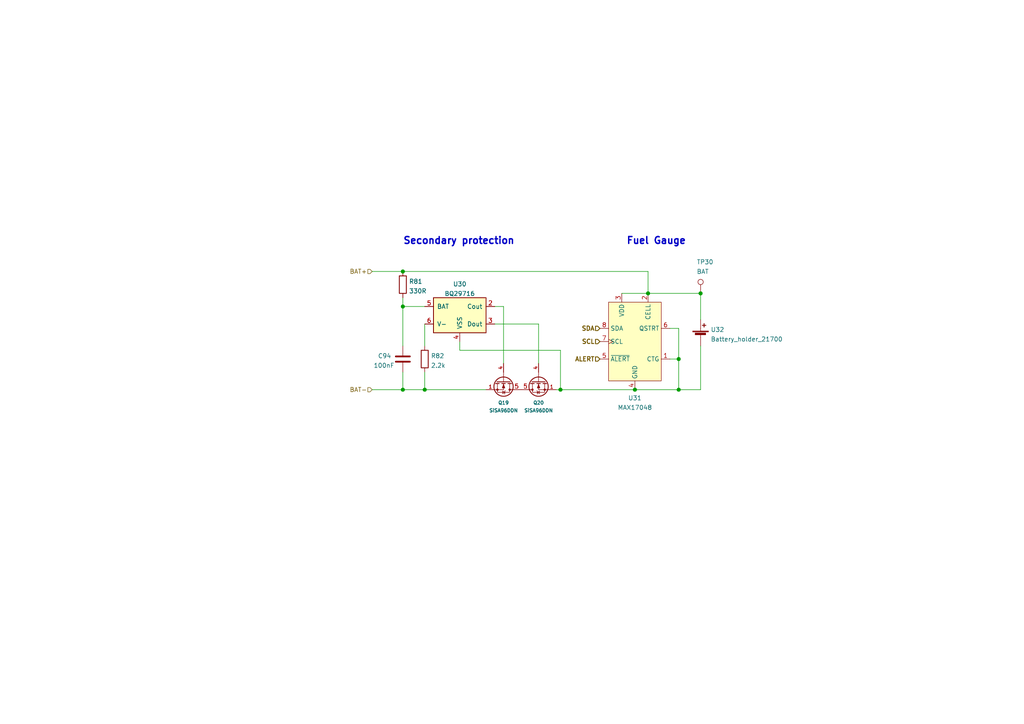
<source format=kicad_sch>
(kicad_sch (version 20210621) (generator eeschema)
  (paper "A4")
  (title_block (title "BUTCube - EPS") (date "2021-06-01") (rev "v1.0") (company "VUT - FIT(STRaDe) & FME(IAE & IPE)") (comment 1 "Author: Petr Malaník"))
  (lib_symbols
    (symbol "Battery_Management:BQ297xy" (pin_names (offset 1.016))
      (property "Reference" "U" (at -6.35 6.35 0))
      (property "Value" "BQ297xy" (at 5.08 -6.35 0))
      (symbol "BQ297xy_0_1"
        (rectangle (start -7.62 5.08) (end 7.62 -5.08) (stroke (width 0.254)) (fill (type background)))
      )
      (symbol "BQ297xy_1_1"
        (pin no_connect line (at 7.62 0 180) (length 2.54) hide (name "NC") (number "1"))
        (pin output line (at 10.16 2.54 180) (length 2.54) (name "Cout") (number "2"))
        (pin output line (at 10.16 -2.54 180) (length 2.54) (name "Dout") (number "3"))
        (pin power_in line (at 0 -7.62 90) (length 2.54) (name "VSS") (number "4"))
        (pin input line (at -10.16 2.54 0) (length 2.54) (name "BAT") (number "5"))
        (pin input line (at -10.16 -2.54 0) (length 2.54) (name "V-") (number "6"))
      )
    )
    (symbol "Connector:TestPoint" (pin_numbers hide) (pin_names (offset 0.762) hide)
      (property "Reference" "TP" (at 0 6.858 0))
      (property "Value" "TestPoint" (at 0 5.08 0))
      (symbol "TestPoint_0_1"
        (circle (center 0 3.302) (radius 0.762))
      )
      (symbol "TestPoint_1_1"
        (pin passive line (at 0 0 90) (length 2.54) (name "1") (number "1"))
      )
    )
    (symbol "Device:Battery_Cell" (pin_numbers hide) (pin_names (offset 0) hide)
      (property "Reference" "BT" (at 2.54 2.54 0))
      (property "Value" "Battery_Cell" (at 2.54 0 0))
      (symbol "Battery_Cell_0_1"
        (rectangle (start -2.286 1.778) (end 2.286 1.524) (fill (type outline)))
        (rectangle (start -1.5748 1.1938) (end 1.4732 0.6858) (fill (type outline)))
        (polyline (pts (xy 0 0.762) (xy 0 0)))
        (polyline (pts (xy 0 1.778) (xy 0 2.54)))
        (polyline (pts (xy 0.508 3.429) (xy 1.524 3.429)) (stroke (width 0.254)))
        (polyline (pts (xy 1.016 3.937) (xy 1.016 2.921)) (stroke (width 0.254)))
      )
      (symbol "Battery_Cell_1_1"
        (pin passive line (at 0 5.08 270) (length 2.54) (name "+") (number "1"))
        (pin passive line (at 0 -2.54 90) (length 2.54) (name "-") (number "2"))
      )
    )
    (symbol "Device:C" (pin_numbers hide) (pin_names (offset 0.254))
      (property "Reference" "C" (at 0.635 2.54 0))
      (property "Value" "C" (at 0.635 -2.54 0))
      (symbol "C_0_1"
        (polyline (pts (xy -2.032 -0.762) (xy 2.032 -0.762)) (stroke (width 0.508)))
        (polyline (pts (xy -2.032 0.762) (xy 2.032 0.762)) (stroke (width 0.508)))
      )
      (symbol "C_1_1"
        (pin passive line (at 0 3.81 270) (length 2.794) (name "~") (number "1"))
        (pin passive line (at 0 -3.81 90) (length 2.794) (name "~") (number "2"))
      )
    )
    (symbol "Device:R" (pin_numbers hide) (pin_names (offset 0))
      (property "Reference" "R" (at 2.032 0 90))
      (property "Value" "R" (at 0 0 90))
      (symbol "R_0_1"
        (rectangle (start -1.016 -2.54) (end 1.016 2.54) (stroke (width 0.254)))
      )
      (symbol "R_1_1"
        (pin passive line (at 0 3.81 270) (length 1.27) (name "~") (number "1"))
        (pin passive line (at 0 -3.81 90) (length 1.27) (name "~") (number "2"))
      )
    )
    (symbol "TCY_battery_management:MAX17048"
      (property "Reference" "U" (at 0 -16.51 0))
      (property "Value" "MAX17048" (at 0 -19.05 0))
      (symbol "MAX17048_0_1"
        (rectangle (start -7.62 11.43) (end 7.62 -11.43) (stroke (width 0.1524)) (fill (type background)))
      )
      (symbol "MAX17048_1_1"
        (pin passive line (at 10.16 -5.08 180) (length 2.54) (name "CTG") (number "1"))
        (pin input line (at 3.81 13.97 270) (length 2.54) (name "CELL") (number "2"))
        (pin input line (at -3.81 13.97 270) (length 2.54) (name "VDD") (number "3"))
        (pin passive line (at 0 -13.97 90) (length 2.54) (name "GND") (number "4"))
        (pin open_collector line (at -10.16 -5.08 0) (length 2.54) (name "~{ALERT}") (number "5"))
        (pin input line (at 10.16 3.81 180) (length 2.54) (name "QSTRT") (number "6"))
        (pin input clock (at -10.16 0 0) (length 2.54) (name "SCL") (number "7"))
        (pin bidirectional line (at -10.16 3.81 0) (length 2.54) (name "SDA") (number "8"))
        (pin passive line (at 0 -13.97 90) (length 2.54) hide (name "EP") (number "9"))
      )
    )
    (symbol "TCY_transistors:SiSA96DDN" (pin_names hide)
      (property "Reference" "Q" (at 7.62 1.27 0))
      (property "Value" "SiSA96DDN" (at 7.62 -1.27 0))
      (symbol "SiSA96DDN_0_1"
        (circle (center 1.651 0) (radius 2.794) (stroke (width 0.254)))
        (circle (center 2.54 -1.778) (radius 0.254) (fill (type outline)))
        (circle (center 2.54 1.778) (radius 0.254) (fill (type outline)))
        (polyline (pts (xy 0.254 0) (xy -2.54 0)))
        (polyline (pts (xy 0.254 1.905) (xy 0.254 -1.905)) (stroke (width 0.254)))
        (polyline (pts (xy 0.762 -1.27) (xy 0.762 -2.286)) (stroke (width 0.254)))
        (polyline (pts (xy 0.762 0.508) (xy 0.762 -0.508)) (stroke (width 0.254)))
        (polyline (pts (xy 0.762 2.286) (xy 0.762 1.27)) (stroke (width 0.254)))
        (polyline (pts (xy 2.54 2.54) (xy 2.54 1.778)))
        (polyline (pts (xy 2.54 2.54) (xy 2.54 1.778)))
        (polyline (pts (xy 2.54 -2.54) (xy 2.54 0) (xy 0.762 0)))
        (polyline (pts (xy 0.762 -1.778) (xy 3.302 -1.778) (xy 3.302 1.778) (xy 0.762 1.778)))
        (polyline (pts (xy 2.794 0.508) (xy 2.921 0.381) (xy 3.683 0.381) (xy 3.81 0.254)))
        (polyline (pts (xy 3.302 0.381) (xy 2.921 -0.254) (xy 3.683 -0.254) (xy 3.302 0.381)))
        (polyline (pts (xy 1.016 0) (xy 2.032 0.381) (xy 2.032 -0.381) (xy 1.016 0)) (fill (type outline)))
      )
      (symbol "SiSA96DDN_1_1"
        (pin passive line (at 2.54 -5.08 90) (length 2.54) (name "S") (number "1"))
        (pin passive line (at 2.54 -5.08 90) (length 2.54) hide (name "S") (number "2"))
        (pin passive line (at 2.54 -5.08 90) (length 2.54) hide (name "S") (number "3"))
        (pin passive line (at -5.08 0 0) (length 2.54) (name "G") (number "4"))
        (pin passive line (at 2.54 5.08 270) (length 2.54) (name "D") (number "5"))
        (pin passive line (at 2.54 5.08 270) (length 2.54) hide (name "D") (number "6"))
        (pin passive line (at 2.54 5.08 270) (length 2.54) hide (name "D") (number "7"))
        (pin passive line (at 2.54 5.08 270) (length 2.54) hide (name "D") (number "8"))
        (pin passive line (at 2.54 5.08 270) (length 2.54) hide (name "D") (number "9"))
      )
    )
  )
  (junction (at 116.84 78.74) (diameter 1.016))
  (junction (at 116.84 88.9) (diameter 1.016))
  (junction (at 116.84 113.03) (diameter 1.016))
  (junction (at 123.19 113.03) (diameter 1.016))
  (junction (at 162.56 113.03) (diameter 1.016))
  (junction (at 184.15 113.03) (diameter 1.016))
  (junction (at 187.96 85.09) (diameter 1.016))
  (junction (at 196.85 104.14) (diameter 1.016))
  (junction (at 196.85 113.03) (diameter 1.016))
  (junction (at 203.2 85.09) (diameter 1.016))
  (wire (pts (xy 107.95 78.74) (xy 116.84 78.74)))
  (wire (pts (xy 107.95 113.03) (xy 116.84 113.03)))
  (wire (pts (xy 116.84 78.74) (xy 187.96 78.74)))
  (wire (pts (xy 116.84 88.9) (xy 116.84 86.36)))
  (wire (pts (xy 116.84 88.9) (xy 116.84 100.33)))
  (wire (pts (xy 116.84 107.95) (xy 116.84 113.03)))
  (wire (pts (xy 116.84 113.03) (xy 123.19 113.03)))
  (wire (pts (xy 123.19 88.9) (xy 116.84 88.9)))
  (wire (pts (xy 123.19 93.98) (xy 123.19 100.33)))
  (wire (pts (xy 123.19 107.95) (xy 123.19 113.03)))
  (wire (pts (xy 123.19 113.03) (xy 140.97 113.03)))
  (wire (pts (xy 133.35 99.06) (xy 133.35 101.6)))
  (wire (pts (xy 133.35 101.6) (xy 162.56 101.6)))
  (wire (pts (xy 146.05 88.9) (xy 143.51 88.9)))
  (wire (pts (xy 146.05 105.41) (xy 146.05 88.9)))
  (wire (pts (xy 156.21 93.98) (xy 143.51 93.98)))
  (wire (pts (xy 156.21 105.41) (xy 156.21 93.98)))
  (wire (pts (xy 161.29 113.03) (xy 162.56 113.03)))
  (wire (pts (xy 162.56 101.6) (xy 162.56 113.03)))
  (wire (pts (xy 162.56 113.03) (xy 184.15 113.03)))
  (wire (pts (xy 180.34 85.09) (xy 187.96 85.09)))
  (wire (pts (xy 184.15 113.03) (xy 196.85 113.03)))
  (wire (pts (xy 187.96 78.74) (xy 187.96 85.09)))
  (wire (pts (xy 194.31 95.25) (xy 196.85 95.25)))
  (wire (pts (xy 194.31 104.14) (xy 196.85 104.14)))
  (wire (pts (xy 196.85 95.25) (xy 196.85 104.14)))
  (wire (pts (xy 196.85 104.14) (xy 196.85 113.03)))
  (wire (pts (xy 196.85 113.03) (xy 203.2 113.03)))
  (wire (pts (xy 203.2 85.09) (xy 187.96 85.09)))
  (wire (pts (xy 203.2 92.71) (xy 203.2 85.09)))
  (wire (pts (xy 203.2 113.03) (xy 203.2 100.33)))
  (text "Secondary protection" (at 116.84 71.12 0) (effects (font (size 2 2) (thickness 0.4) bold) (justify left bottom)))
  (text "Fuel Gauge" (at 181.61 71.12 0) (effects (font (size 2 2) (thickness 0.4) bold) (justify left bottom)))
  (hierarchical_label "BAT+" (shape input) (at 107.95 78.74 180))
  (hierarchical_label "BAT-" (shape input) (at 107.95 113.03 180))
  (hierarchical_label "SDA" (shape input) (at 173.99 95.25 180) (effects (font (thickness 0.254))))
  (hierarchical_label "SCL" (shape input) (at 173.99 99.06 180) (effects (font (thickness 0.254))))
  (hierarchical_label "ALERT" (shape input) (at 173.99 104.14 180) (effects (font (thickness 0.254))))
  (symbol (lib_id "Connector:TestPoint") (at 203.2 85.09 0)
    (property "Reference" "TP30" (at 202.0571 75.99 0) (effects (justify left)))
    (property "Value" "BAT" (at 202.0571 78.7651 0) (effects (justify left)))
    (property "Footprint" "TCY_connectors:TestPoint_Pad_D0.5mm" (effects hide))
  )
  (symbol (lib_id "Device:R") (at 116.84 82.55 0)
    (property "Reference" "R81" (at 118.6181 81.6415 0) (effects (justify left)))
    (property "Value" "330R" (at 118.6181 84.4166 0) (effects (justify left)))
  )
  (symbol (lib_id "Device:R") (at 123.19 104.14 0)
    (property "Reference" "R82" (at 124.9681 103.2315 0) (effects (justify left)))
    (property "Value" "2.2k" (at 124.9681 106.0066 0) (effects (justify left)))
  )
  (symbol (lib_id "Device:C") (at 116.84 104.14 0)
    (property "Reference" "C94" (at 109.6011 103.2315 0) (effects (justify left)))
    (property "Value" "100nF" (at 108.3311 106.0066 0) (effects (justify left)))
  )
  (symbol (lib_id "Device:Battery_Cell") (at 203.2 97.79 0)
    (property "Reference" "U32" (at 206.1211 95.6115 0) (effects (justify left)))
    (property "Value" "Battery_holder_21700" (at 206.1211 98.3866 0) (effects (justify left)))
    (property "Footprint" "TCY_connectors:Keystone_1121" (effects hide))
  )
  (symbol (lib_id "TCY_transistors:SiSA96DDN") (at 146.05 110.49 270)
    (property "Reference" "Q19" (at 146.05 116.8166 90) (effects (font (size 1 1))))
    (property "Value" "SiSA96DDN" (at 146.05 119.0556 90) (effects (font (size 1 1))))
    (property "Footprint" "Package_SO:Vishay_PowerPAK_1212-8_Single" (effects hide))
    (property "Datasheet" "https://www.vishay.com/docs/75285/sisa96dn.pdf" (effects hide))
  )
  (symbol (lib_id "TCY_transistors:SiSA96DDN") (at 156.21 110.49 90) (mirror x)
    (property "Reference" "Q20" (at 156.21 116.8166 90) (effects (font (size 1 1))))
    (property "Value" "SiSA96DDN" (at 156.21 119.0556 90) (effects (font (size 1 1))))
    (property "Footprint" "Package_SO:Vishay_PowerPAK_1212-8_Single" (effects hide))
    (property "Datasheet" "https://www.vishay.com/docs/75285/sisa96dn.pdf" (effects hide))
  )
  (symbol (lib_id "Battery_Management:BQ297xy") (at 133.35 91.44 0)
    (property "Reference" "U30" (at 133.35 82.3934 0))
    (property "Value" "BQ29716" (at 133.35 85.1685 0))
    (property "Footprint" "Package_SON:WSON-6_1.5x1.5mm_P0.5mm" (effects hide))
    (property "Datasheet" "http://www.ti.com/lit/ds/symlink/bq2970.pdf" (effects hide))
  )
  (symbol (lib_id "TCY_battery_management:MAX17048") (at 184.15 99.06 0)
    (property "Reference" "U31" (at 184.15 115.4336 0))
    (property "Value" "MAX17048" (at 184.15 118.2087 0))
    (property "Footprint" "Package_DFN_QFN:DFN-8-1EP_2x2mm_P0.5mm_EP1.05x1.75mm" (effects hide))
    (property "Datasheet" "https://datasheets.maximintegrated.com/en/ds/MAX17048-MAX17049.pdf" (effects hide))
  )
)
</source>
